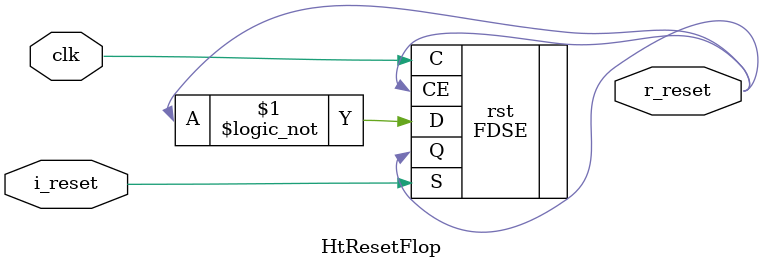
<source format=v>
/* Copyright (c) 2015 Convey Computer Corporation
 *
 * This file is part of the OpenHT toolset located at:
 *
 * https://github.com/TonyBrewer/OpenHT
 *
 * Use and distribution licensed under the BSD 3-clause license.
 * See the LICENSE file for the complete license text.
 */
module HtResetFlop (
input clk,
input i_reset,
output r_reset
);

`ifdef CNY_ALTERA
(* noprune = 1 *)
(* syn_preserve = 1 *)
reg r_rst;
always @(posedge clk) begin
    if (i_reset)
	r_rst <= 1'b1;
    else
	r_rst <= 1'b0;
end
assign r_reset = r_rst;
`else
FDSE rst (.C(clk), .S(i_reset), .CE(r_reset), .D(!r_reset), .Q(r_reset));
`endif

endmodule

</source>
